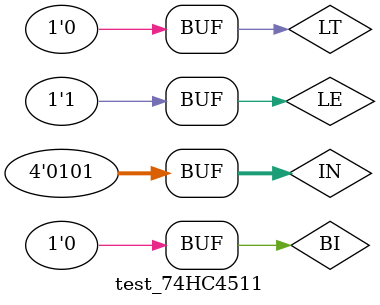
<source format=v>
`timescale 1ns/1ns
module test_74HC4511;
    reg[3:0]IN;
    wire[7:0]Seg;
    reg LT,BI,LE;
W_74HC4511 u1(IN,Seg,LT,BI,LE);
initial
    begin
        LT=1;BI=1;LE=0;IN=0 ;
        #30 IN=4'b0001;
        #30 IN=4'b1000;
        #30 IN=4'b0111;
        #30 IN=4'b1010;
        #30 IN=4'b0101;
        #30 LE=1;
        #30 BI=0;
        #30 LT=0;
        #20;
    end
initial
    $monitor("time=%t,IN=%b,Seg=%b,LT=%b,BI=%b,LE=%b",$time,IN,Seg,LT,BI,LE);
endmodule
        
</source>
